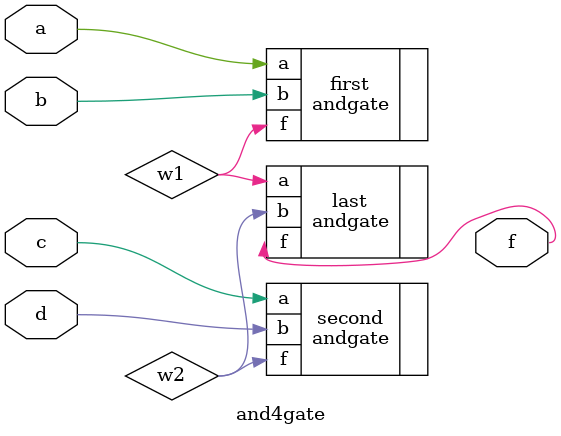
<source format=sv>
`timescale 1ns / 1ps


module and4gate(
    input logic a,
    input logic b,
    input logic c,
    input logic d,
    output logic f
);


logic w1, w2;

andgate first(.a(a), .b(b), .f(w1));
andgate second(.a(c), .b(d), .f(w2));
andgate last(.a(w1), .b(w2), .f(f));

endmodule

</source>
